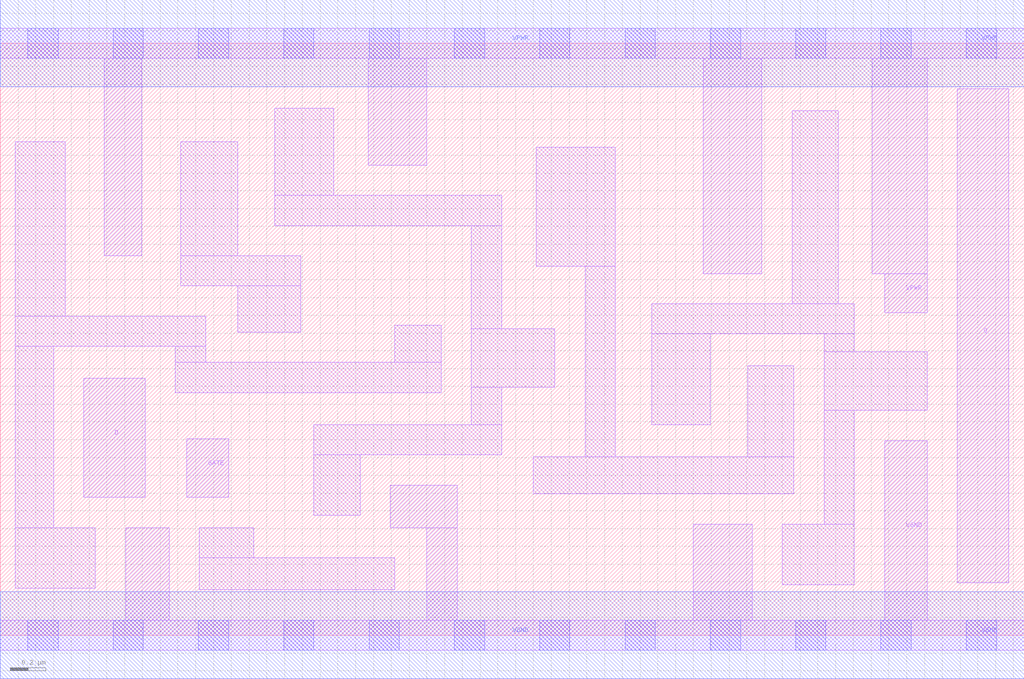
<source format=lef>
# Copyright 2020 The SkyWater PDK Authors
#
# Licensed under the Apache License, Version 2.0 (the "License");
# you may not use this file except in compliance with the License.
# You may obtain a copy of the License at
#
#     https://www.apache.org/licenses/LICENSE-2.0
#
# Unless required by applicable law or agreed to in writing, software
# distributed under the License is distributed on an "AS IS" BASIS,
# WITHOUT WARRANTIES OR CONDITIONS OF ANY KIND, either express or implied.
# See the License for the specific language governing permissions and
# limitations under the License.
#
# SPDX-License-Identifier: Apache-2.0

VERSION 5.7 ;
  NAMESCASESENSITIVE ON ;
  NOWIREEXTENSIONATPIN ON ;
  DIVIDERCHAR "/" ;
  BUSBITCHARS "[]" ;
UNITS
  DATABASE MICRONS 200 ;
END UNITS
MACRO sky130_fd_sc_lp__dlxtp_1
  CLASS CORE ;
  SOURCE USER ;
  FOREIGN sky130_fd_sc_lp__dlxtp_1 ;
  ORIGIN  0.000000  0.000000 ;
  SIZE  5.760000 BY  3.330000 ;
  SYMMETRY X Y R90 ;
  SITE unit ;
  PIN D
    ANTENNAGATEAREA  0.159000 ;
    DIRECTION INPUT ;
    USE SIGNAL ;
    PORT
      LAYER li1 ;
        RECT 0.470000 0.775000 0.815000 1.445000 ;
    END
  END D
  PIN Q
    ANTENNADIFFAREA  0.556500 ;
    DIRECTION OUTPUT ;
    USE SIGNAL ;
    PORT
      LAYER li1 ;
        RECT 5.385000 0.295000 5.675000 3.075000 ;
    END
  END Q
  PIN GATE
    ANTENNAGATEAREA  0.159000 ;
    DIRECTION INPUT ;
    USE CLOCK ;
    PORT
      LAYER li1 ;
        RECT 1.050000 0.775000 1.285000 1.105000 ;
    END
  END GATE
  PIN VGND
    DIRECTION INOUT ;
    USE GROUND ;
    PORT
      LAYER li1 ;
        RECT 0.000000 -0.085000 5.760000 0.085000 ;
        RECT 0.705000  0.085000 0.950000 0.605000 ;
        RECT 2.195000  0.605000 2.570000 0.845000 ;
        RECT 2.400000  0.085000 2.570000 0.605000 ;
        RECT 3.900000  0.085000 4.230000 0.625000 ;
        RECT 4.975000  0.085000 5.215000 1.095000 ;
      LAYER mcon ;
        RECT 0.155000 -0.085000 0.325000 0.085000 ;
        RECT 0.635000 -0.085000 0.805000 0.085000 ;
        RECT 1.115000 -0.085000 1.285000 0.085000 ;
        RECT 1.595000 -0.085000 1.765000 0.085000 ;
        RECT 2.075000 -0.085000 2.245000 0.085000 ;
        RECT 2.555000 -0.085000 2.725000 0.085000 ;
        RECT 3.035000 -0.085000 3.205000 0.085000 ;
        RECT 3.515000 -0.085000 3.685000 0.085000 ;
        RECT 3.995000 -0.085000 4.165000 0.085000 ;
        RECT 4.475000 -0.085000 4.645000 0.085000 ;
        RECT 4.955000 -0.085000 5.125000 0.085000 ;
        RECT 5.435000 -0.085000 5.605000 0.085000 ;
      LAYER met1 ;
        RECT 0.000000 -0.245000 5.760000 0.245000 ;
    END
  END VGND
  PIN VPWR
    DIRECTION INOUT ;
    USE POWER ;
    PORT
      LAYER li1 ;
        RECT 0.000000 3.245000 5.760000 3.415000 ;
        RECT 0.585000 2.135000 0.795000 3.245000 ;
        RECT 2.070000 2.645000 2.400000 3.245000 ;
        RECT 3.955000 2.035000 4.285000 3.245000 ;
        RECT 4.905000 2.035000 5.215000 3.245000 ;
        RECT 4.975000 1.815000 5.215000 2.035000 ;
      LAYER mcon ;
        RECT 0.155000 3.245000 0.325000 3.415000 ;
        RECT 0.635000 3.245000 0.805000 3.415000 ;
        RECT 1.115000 3.245000 1.285000 3.415000 ;
        RECT 1.595000 3.245000 1.765000 3.415000 ;
        RECT 2.075000 3.245000 2.245000 3.415000 ;
        RECT 2.555000 3.245000 2.725000 3.415000 ;
        RECT 3.035000 3.245000 3.205000 3.415000 ;
        RECT 3.515000 3.245000 3.685000 3.415000 ;
        RECT 3.995000 3.245000 4.165000 3.415000 ;
        RECT 4.475000 3.245000 4.645000 3.415000 ;
        RECT 4.955000 3.245000 5.125000 3.415000 ;
        RECT 5.435000 3.245000 5.605000 3.415000 ;
      LAYER met1 ;
        RECT 0.000000 3.085000 5.760000 3.575000 ;
    END
  END VPWR
  OBS
    LAYER li1 ;
      RECT 0.085000 0.265000 0.535000 0.605000 ;
      RECT 0.085000 0.605000 0.300000 1.625000 ;
      RECT 0.085000 1.625000 1.155000 1.795000 ;
      RECT 0.085000 1.795000 0.365000 2.775000 ;
      RECT 0.985000 1.365000 2.480000 1.535000 ;
      RECT 0.985000 1.535000 1.155000 1.625000 ;
      RECT 1.015000 1.965000 1.690000 2.135000 ;
      RECT 1.015000 2.135000 1.335000 2.775000 ;
      RECT 1.120000 0.255000 2.220000 0.435000 ;
      RECT 1.120000 0.435000 1.425000 0.605000 ;
      RECT 1.335000 1.705000 1.690000 1.965000 ;
      RECT 1.545000 2.305000 2.820000 2.475000 ;
      RECT 1.545000 2.475000 1.875000 2.965000 ;
      RECT 1.765000 0.675000 2.025000 1.015000 ;
      RECT 1.765000 1.015000 2.820000 1.185000 ;
      RECT 2.220000 1.535000 2.480000 1.745000 ;
      RECT 2.650000 1.185000 2.820000 1.395000 ;
      RECT 2.650000 1.395000 3.120000 1.725000 ;
      RECT 2.650000 1.725000 2.820000 2.305000 ;
      RECT 3.000000 0.795000 4.465000 1.005000 ;
      RECT 3.015000 2.075000 3.460000 2.745000 ;
      RECT 3.290000 1.005000 3.460000 2.075000 ;
      RECT 3.665000 1.185000 3.995000 1.695000 ;
      RECT 3.665000 1.695000 4.805000 1.865000 ;
      RECT 4.205000 1.005000 4.465000 1.515000 ;
      RECT 4.400000 0.285000 4.805000 0.625000 ;
      RECT 4.455000 1.865000 4.715000 2.950000 ;
      RECT 4.635000 0.625000 4.805000 1.265000 ;
      RECT 4.635000 1.265000 5.215000 1.595000 ;
      RECT 4.635000 1.595000 4.805000 1.695000 ;
  END
END sky130_fd_sc_lp__dlxtp_1

</source>
